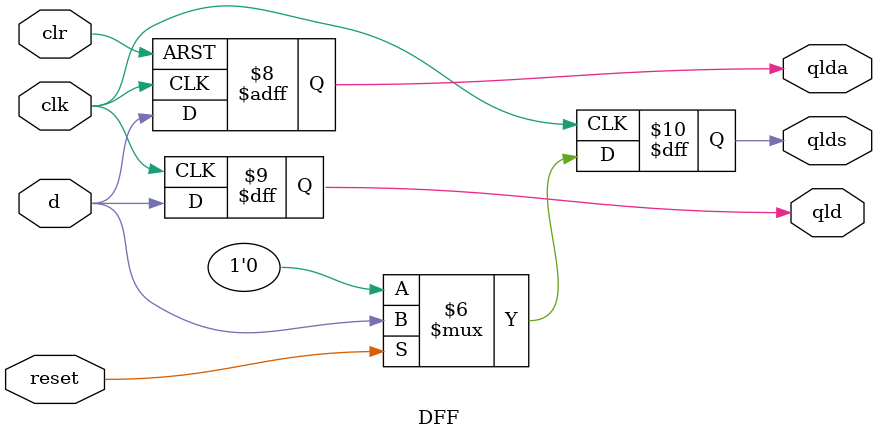
<source format=v>
module DFF (d, clk, clr, reset, qld, qlda, qlds);
	input d, clk, clr, reset;
	output reg qld, qlda, qlds;
	always @(posedge clk) 		//with posedge!
	begin
		qld <= d;	//standard FF
		if(reset == 0)
			qlds <= 0;
		else
			qlds <= d; // FF with sync reset
	end
	always @(posedge clk or negedge clr)
	begin
		if(clr == 0)
			qlda <= 0;
		else
			qlda <= d; //FF with async reset
	end
endmodule
</source>
